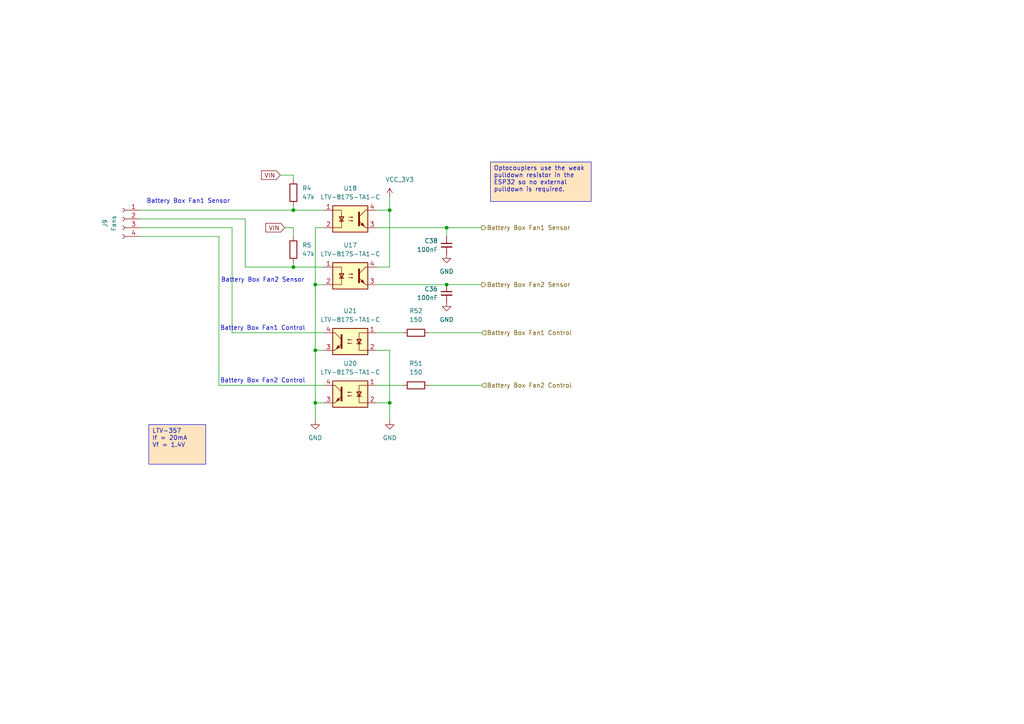
<source format=kicad_sch>
(kicad_sch (version 20250114) (generator "eeschema") (generator_version "9.0")
  (paper "A4")
  (title_block (title "Battery Box Fan Management") (date "2025-09-04") (rev "1.0"))
  (lib_symbols
    (symbol "Connector:Conn_01x04_Socket" (pin_names (offset 1.016) (hide yes))
      (property "Reference" "J" (at 0 5.08 0))
      (property "Value" "Conn_01x04_Socket" (at 0 -7.62 0))
      (symbol "Conn_01x04_Socket_1_1"
        (polyline (pts (xy -1.27 2.54) (xy -0.508 2.54)) (stroke (width 0.1524)))
        (polyline (pts (xy -1.27 0) (xy -0.508 0)) (stroke (width 0.1524)))
        (polyline (pts (xy -1.27 -2.54) (xy -0.508 -2.54)) (stroke (width 0.1524)))
        (polyline (pts (xy -1.27 -5.08) (xy -0.508 -5.08)) (stroke (width 0.1524)))
        (arc (start 0 2.032) (mid -0.5058 2.54) (end 0 3.048) (stroke (width 0.1524)))
        (arc (start 0 -0.508) (mid -0.5058 0) (end 0 0.508) (stroke (width 0.1524)))
        (arc (start 0 -3.048) (mid -0.5058 -2.54) (end 0 -2.032) (stroke (width 0.1524)))
        (arc (start 0 -5.588) (mid -0.5058 -5.08) (end 0 -4.572) (stroke (width 0.1524)))
        (pin passive line (at -5.08 2.54 0) (length 3.81) (name "Pin_1") (number "1"))
        (pin passive line (at -5.08 0 0) (length 3.81) (name "Pin_2") (number "2"))
        (pin passive line (at -5.08 -2.54 0) (length 3.81) (name "Pin_3") (number "3"))
        (pin passive line (at -5.08 -5.08 0) (length 3.81) (name "Pin_4") (number "4"))
      )
    )
    (symbol "Device:C_Small" (pin_numbers (hide yes)) (pin_names (offset 0.254) (hide yes))
      (property "Reference" "C" (at 0.254 1.778 0))
      (property "Value" "C_Small" (at 0.254 -2.032 0))
      (symbol "C_Small_0_1"
        (polyline (pts (xy -1.524 0.508) (xy 1.524 0.508)) (stroke (width 0.3048)))
        (polyline (pts (xy -1.524 -0.508) (xy 1.524 -0.508)) (stroke (width 0.3302)))
      )
      (symbol "C_Small_1_1"
        (pin passive line (at 0 2.54 270) (length 2.032) (name "~") (number "1"))
        (pin passive line (at 0 -2.54 90) (length 2.032) (name "~") (number "2"))
      )
    )
    (symbol "Device:R" (pin_numbers (hide yes)) (pin_names (offset 0))
      (property "Reference" "R" (at 2.032 0 90))
      (property "Value" "R" (at 0 0 90))
      (symbol "R_0_1"
        (rectangle (start -1.016 -2.54) (end 1.016 2.54) (stroke (width 0.254)))
      )
      (symbol "R_1_1"
        (pin passive line (at 0 3.81 270) (length 1.27) (name "~") (number "1"))
        (pin passive line (at 0 -3.81 90) (length 1.27) (name "~") (number "2"))
      )
    )
    (symbol "Isolator:LTV-357T" (pin_names (offset 1.016))
      (property "Reference" "U" (at -5.334 4.826 0))
      (property "Value" "LTV-357T" (at 0 5.08 0))
      (symbol "LTV-357T_0_1"
        (rectangle (start -5.08 3.81) (end 5.08 -3.81) (stroke (width 0.254)) (fill (type background)))
        (polyline (pts (xy -5.08 2.54) (xy -2.54 2.54) (xy -2.54 -0.762)))
        (polyline (pts (xy -3.175 -0.635) (xy -1.905 -0.635)) (stroke (width 0.254)))
        (polyline (pts (xy -2.54 -0.635) (xy -2.54 -2.54) (xy -5.08 -2.54)))
        (polyline (pts (xy -2.54 -0.635) (xy -3.175 0.635) (xy -1.905 0.635) (xy -2.54 -0.635)) (stroke (width 0.254)))
        (polyline (pts (xy -0.508 0.508) (xy 0.762 0.508) (xy 0.381 0.381) (xy 0.381 0.635) (xy 0.762 0.508)))
        (polyline (pts (xy -0.508 -0.508) (xy 0.762 -0.508) (xy 0.381 -0.635) (xy 0.381 -0.381) (xy 0.762 -0.508)))
        (polyline (pts (xy 2.54 1.905) (xy 2.54 -1.905)) (stroke (width 0.508)))
        (polyline (pts (xy 2.54 0.635) (xy 4.445 2.54)))
        (polyline (pts (xy 3.048 -1.651) (xy 3.556 -1.143) (xy 4.064 -2.159) (xy 3.048 -1.651)) (fill (type outline)))
        (polyline (pts (xy 4.445 2.54) (xy 5.08 2.54)))
        (polyline (pts (xy 4.445 -2.54) (xy 2.54 -0.635)) (fill (type outline)))
        (polyline (pts (xy 4.445 -2.54) (xy 5.08 -2.54)))
      )
      (symbol "LTV-357T_1_1"
        (pin passive line (at -7.62 2.54 0) (length 2.54) (name "~") (number "1"))
        (pin passive line (at -7.62 -2.54 0) (length 2.54) (name "~") (number "2"))
        (pin passive line (at 7.62 2.54 180) (length 2.54) (name "~") (number "4"))
        (pin passive line (at 7.62 -2.54 180) (length 2.54) (name "~") (number "3"))
      )
    )
    (symbol "power:+5V" (power) (pin_numbers (hide yes)) (pin_names (offset 0) (hide yes))
      (property "Value" "+5V" (at 0 3.556 0))
      (symbol "+5V_0_1"
        (polyline (pts (xy -0.762 1.27) (xy 0 2.54)))
        (polyline (pts (xy 0 2.54) (xy 0.762 1.27)))
        (polyline (pts (xy 0 0) (xy 0 2.54)))
      )
      (symbol "+5V_1_1"
        (pin power_in line (at 0 0 90) (length 0) (name "~") (number "1"))
      )
    )
    (symbol "power:GND" (power) (pin_numbers (hide yes)) (pin_names (offset 0) (hide yes))
      (property "Value" "GND" (at 0 -3.81 0))
      (symbol "GND_0_1"
        (polyline (pts (xy 0 0) (xy 0 -1.27) (xy 1.27 -1.27) (xy 0 -2.54) (xy -1.27 -1.27) (xy 0 -1.27)))
      )
      (symbol "GND_1_1"
        (pin power_in line (at 0 0 270) (length 0) (name "~") (number "1"))
      )
    )
  )
  (text "Battery Box Fan2 Control" (at 76.2 110.49 0) (effects (font (size 1.27 1.27))))
  (text "Battery Box Fan1 Control" (at 76.2 95.25 0) (effects (font (size 1.27 1.27))))
  (text "Battery Box Fan2 Sensor" (at 76.2 81.28 0) (effects (font (size 1.27 1.27))))
  (text "Battery Box Fan1 Sensor" (at 54.61 58.42 0) (effects (font (size 1.27 1.27))))
  (text_box "Optocouplers use the weak pulldown resistor in the ESP32 so no external pulldown is required." (at 142.24 46.99 0) (size 29.21 11.43) (margins 0.9525 0.9525 0.9525 0.9525) (fill (type color) (color 255 229 191 1)) (effects (font (size 1.27 1.27)) (justify left top)))
  (text_box "LTV-357\nIf = 20mA\nVf = 1.4V" (at 43.18 123.19 0) (size 16.51 11.43) (margins 0.9525 0.9525 0.9525 0.9525) (fill (type color) (color 255 229 191 1)) (effects (font (size 1.27 1.27)) (justify left top)))
  (junction (at 113.03 60.96))
  (junction (at 91.44 101.6))
  (junction (at 91.44 116.84))
  (junction (at 129.54 66.04))
  (junction (at 91.44 82.55))
  (junction (at 113.03 116.84))
  (junction (at 85.09 77.47))
  (junction (at 129.54 82.55))
  (junction (at 85.09 60.96))
  (wire (pts (xy 113.03 101.6) (xy 109.22 101.6)))
  (wire (pts (xy 116.84 111.76) (xy 109.22 111.76)))
  (wire (pts (xy 67.31 66.04) (xy 67.31 96.52)))
  (wire (pts (xy 85.09 60.96) (xy 93.98 60.96)))
  (wire (pts (xy 40.64 60.96) (xy 85.09 60.96)))
  (wire (pts (xy 85.09 76.2) (xy 85.09 77.47)))
  (wire (pts (xy 85.09 50.8) (xy 85.09 52.07)))
  (wire (pts (xy 40.64 68.58) (xy 63.5 68.58)))
  (wire (pts (xy 71.12 63.5) (xy 71.12 77.47)))
  (wire (pts (xy 109.22 77.47) (xy 113.03 77.47)))
  (wire (pts (xy 113.03 121.92) (xy 113.03 116.84)))
  (wire (pts (xy 113.03 116.84) (xy 113.03 101.6)))
  (wire (pts (xy 63.5 68.58) (xy 63.5 111.76)))
  (wire (pts (xy 71.12 77.47) (xy 85.09 77.47)))
  (wire (pts (xy 129.54 66.04) (xy 139.7 66.04)))
  (wire (pts (xy 113.03 60.96) (xy 113.03 77.47)))
  (wire (pts (xy 93.98 66.04) (xy 91.44 66.04)))
  (wire (pts (xy 109.22 66.04) (xy 129.54 66.04)))
  (wire (pts (xy 85.09 59.69) (xy 85.09 60.96)))
  (wire (pts (xy 40.64 63.5) (xy 71.12 63.5)))
  (wire (pts (xy 85.09 66.04) (xy 85.09 68.58)))
  (wire (pts (xy 91.44 101.6) (xy 91.44 116.84)))
  (wire (pts (xy 113.03 60.96) (xy 113.03 57.15)))
  (wire (pts (xy 124.46 111.76) (xy 139.7 111.76)))
  (wire (pts (xy 109.22 60.96) (xy 113.03 60.96)))
  (wire (pts (xy 116.84 96.52) (xy 109.22 96.52)))
  (wire (pts (xy 91.44 116.84) (xy 91.44 121.92)))
  (wire (pts (xy 109.22 116.84) (xy 113.03 116.84)))
  (wire (pts (xy 91.44 66.04) (xy 91.44 82.55)))
  (wire (pts (xy 85.09 77.47) (xy 93.98 77.47)))
  (wire (pts (xy 91.44 101.6) (xy 93.98 101.6)))
  (wire (pts (xy 129.54 66.04) (xy 129.54 68.58)))
  (wire (pts (xy 63.5 111.76) (xy 93.98 111.76)))
  (wire (pts (xy 67.31 96.52) (xy 93.98 96.52)))
  (wire (pts (xy 124.46 96.52) (xy 139.7 96.52)))
  (wire (pts (xy 91.44 82.55) (xy 91.44 101.6)))
  (wire (pts (xy 129.54 82.55) (xy 139.7 82.55)))
  (wire (pts (xy 91.44 116.84) (xy 93.98 116.84)))
  (wire (pts (xy 40.64 66.04) (xy 67.31 66.04)))
  (wire (pts (xy 91.44 82.55) (xy 93.98 82.55)))
  (wire (pts (xy 82.55 66.04) (xy 85.09 66.04)))
  (wire (pts (xy 81.28 50.8) (xy 85.09 50.8)))
  (wire (pts (xy 109.22 82.55) (xy 129.54 82.55)))
  (global_label "VIN" (shape input) (at 81.28 50.8 180) (property "Intersheetrefs" "${INTERSHEET_REFS}" (effects (hide yes))))
  (global_label "VIN" (shape input) (at 82.55 66.04 180) (property "Intersheetrefs" "${INTERSHEET_REFS}" (effects (hide yes))))
  (hierarchical_label "Battery Box Fan2 Control" (shape input) (at 139.7 111.76 0))
  (hierarchical_label "Battery Box Fan2 Sensor" (shape output) (at 139.7 82.55 0))
  (hierarchical_label "Battery Box Fan1 Sensor" (shape output) (at 139.7 66.04 0))
  (hierarchical_label "Battery Box Fan1 Control" (shape input) (at 139.7 96.52 0))
  (symbol (lib_id "Device:R") (at 85.09 55.88 0) (unit 1)
    (property "Reference" "R4" (at 87.63 54.6099 0) (effects (justify left)))
    (property "Value" "47k" (at 87.63 57.1499 0) (effects (justify left)))
    (property "Footprint" "Resistor_SMD:R_0805_2012Metric" (effects (hide yes)))
    (property "Description" "Resistor" (effects (hide yes)))
    (property "LCSC PN" "C17713" (effects (hide yes)))
    (property "Extended" "B" (effects (hide yes)))
  )
  (symbol (lib_id "power:GND") (at 113.03 121.92 0) (mirror y) (unit 1)
    (property "Reference" "#PWR041" (effects (hide yes)))
    (property "Value" "GND" (at 113.03 127 0))
    (property "Description" "Power symbol creates a global label with name \"GND\" , ground" (effects (hide yes)))
  )
  (symbol (lib_id "Connector:Conn_01x04_Socket") (at 35.56 63.5 0) (mirror y) (unit 1)
    (property "Reference" "J9" (at 30.48 64.77 90))
    (property "Value" "Fans" (at 33.02 64.77 90))
    (property "Footprint" "Connector_Molex:Molex_Mini-Fit_Jr_5566-04A_2x02_P4.20mm_Vertical" (effects (hide yes)))
    (property "Description" "Generic connector, single row, 01x04, script generated" (effects (hide yes)))
  )
  (symbol (lib_id "Device:C_Small") (at 129.54 85.09 0) (mirror y) (unit 1)
    (property "Reference" "C36" (at 127 83.8262 0) (effects (justify left)))
    (property "Value" "100nF" (at 127 86.3662 0) (effects (justify left)))
    (property "Footprint" "Capacitor_SMD:C_0805_2012Metric" (effects (hide yes)))
    (property "Description" "Unpolarized capacitor, small symbol" (effects (hide yes)))
    (property "LCSC PN" "C28233" (effects (hide yes)))
    (property "Extended" "B" (effects (hide yes)))
  )
  (symbol (lib_id "Device:R") (at 120.65 111.76 270) (mirror x) (unit 1)
    (property "Reference" "R51" (at 120.65 105.41 90))
    (property "Value" "150" (at 120.65 107.95 90))
    (property "Footprint" "Resistor_SMD:R_0805_2012Metric" (effects (hide yes)))
    (property "Description" "Resistor" (effects (hide yes)))
    (property "LCSC PN" "C17471" (effects (hide yes)))
    (property "Extended" "B" (effects (hide yes)))
  )
  (symbol (lib_id "Isolator:LTV-357T") (at 101.6 114.3 0) (mirror y) (unit 1)
    (property "Reference" "U20" (at 101.6 105.41 0))
    (property "Value" "LTV-817S-TA1-C" (at 101.6 107.95 0))
    (property "Footprint" "Package_SO:SO-4_4.4x3.6mm_P2.54mm" (effects (hide yes)))
    (property "Datasheet" "https://www.buerklin.com/medias/sys_master/download/download/h91/ha0/8892020588574.pdf" (effects (hide yes)))
    (property "Description" "DC Optocoupler, Vce 35V, CTR 50%, SO-4" (effects (hide yes)))
    (property "LCSC PN" "C109227" (effects (hide yes)))
    (property "Extended" "B" (effects (hide yes)))
  )
  (symbol (lib_id "Isolator:LTV-357T") (at 101.6 63.5 0) (unit 1)
    (property "Reference" "U18" (at 101.6 54.61 0))
    (property "Value" "LTV-817S-TA1-C" (at 101.6 57.15 0))
    (property "Footprint" "Package_SO:SO-4_4.4x3.6mm_P2.54mm" (effects (hide yes)))
    (property "Datasheet" "https://www.buerklin.com/medias/sys_master/download/download/h91/ha0/8892020588574.pdf" (effects (hide yes)))
    (property "Description" "DC Optocoupler, Vce 35V, CTR 50%, SO-4" (effects (hide yes)))
    (property "LCSC PN" "C109227" (effects (hide yes)))
    (property "Extended" "B" (effects (hide yes)))
  )
  (symbol (lib_id "Isolator:LTV-357T") (at 101.6 99.06 0) (mirror y) (unit 1)
    (property "Reference" "U21" (at 101.6 90.17 0))
    (property "Value" "LTV-817S-TA1-C" (at 101.6 92.71 0))
    (property "Footprint" "Package_SO:SO-4_4.4x3.6mm_P2.54mm" (effects (hide yes)))
    (property "Datasheet" "https://jlcpcb.com/api/file/downloadByFileSystemAccessId/8588884725767278592" (effects (hide yes)))
    (property "Description" "DC Optocoupler, Vce 35V, CTR 50%, SO-4" (effects (hide yes)))
    (property "LCSC PN" "C109227" (effects (hide yes)))
    (property "Extended" "B" (effects (hide yes)))
  )
  (symbol (lib_id "Device:C_Small") (at 129.54 71.12 0) (mirror y) (unit 1)
    (property "Reference" "C38" (at 127 69.8562 0) (effects (justify left)))
    (property "Value" "100nF" (at 127 72.3962 0) (effects (justify left)))
    (property "Footprint" "Capacitor_SMD:C_0805_2012Metric" (effects (hide yes)))
    (property "Description" "Unpolarized capacitor, small symbol" (effects (hide yes)))
    (property "LCSC PN" "C28233" (effects (hide yes)))
    (property "Extended" "B" (effects (hide yes)))
  )
  (symbol (lib_id "Isolator:LTV-357T") (at 101.6 80.01 0) (unit 1)
    (property "Reference" "U17" (at 101.6 71.12 0))
    (property "Value" "LTV-817S-TA1-C" (at 101.6 73.66 0))
    (property "Footprint" "Package_SO:SO-4_4.4x3.6mm_P2.54mm" (effects (hide yes)))
    (property "Datasheet" "https://www.buerklin.com/medias/sys_master/download/download/h91/ha0/8892020588574.pdf" (effects (hide yes)))
    (property "Description" "DC Optocoupler, Vce 35V, CTR 50%, SO-4" (effects (hide yes)))
    (property "LCSC PN" "C109227" (effects (hide yes)))
    (property "Extended" "B" (effects (hide yes)))
  )
  (symbol (lib_id "Device:R") (at 85.09 72.39 0) (unit 1)
    (property "Reference" "R5" (at 87.63 71.1199 0) (effects (justify left)))
    (property "Value" "47k" (at 87.63 73.6599 0) (effects (justify left)))
    (property "Footprint" "Resistor_SMD:R_0805_2012Metric" (effects (hide yes)))
    (property "Description" "Resistor" (effects (hide yes)))
    (property "LCSC PN" "C17713" (effects (hide yes)))
    (property "Extended" "B" (effects (hide yes)))
  )
  (symbol (lib_id "Device:R") (at 120.65 96.52 270) (mirror x) (unit 1)
    (property "Reference" "R52" (at 120.65 90.17 90))
    (property "Value" "150" (at 120.65 92.71 90))
    (property "Footprint" "Resistor_SMD:R_0805_2012Metric" (effects (hide yes)))
    (property "Description" "Resistor" (effects (hide yes)))
    (property "LCSC PN" "C17471" (effects (hide yes)))
    (property "Extended" "B" (effects (hide yes)))
  )
  (symbol (lib_id "power:GND") (at 129.54 73.66 0) (mirror y) (unit 1)
    (property "Reference" "#PWR042" (effects (hide yes)))
    (property "Value" "GND" (at 129.54 78.74 0))
    (property "Description" "Power symbol creates a global label with name \"GND\" , ground" (effects (hide yes)))
  )
  (symbol (lib_id "power:GND") (at 129.54 87.63 0) (mirror y) (unit 1)
    (property "Reference" "#PWR043" (effects (hide yes)))
    (property "Value" "GND" (at 129.54 92.71 0))
    (property "Description" "Power symbol creates a global label with name \"GND\" , ground" (effects (hide yes)))
  )
  (symbol (lib_id "power:GND") (at 91.44 121.92 0) (unit 1)
    (property "Reference" "#PWR039" (effects (hide yes)))
    (property "Value" "GND" (at 91.44 127 0))
    (property "Description" "Power symbol creates a global label with name \"GND\" , ground" (effects (hide yes)))
  )
  (symbol (lib_id "power:+5V") (at 113.03 57.15 0) (unit 1)
    (property "Reference" "#PWR040" (effects (hide yes)))
    (property "Value" "VCC_3V3" (at 111.76 52.07 0) (effects (justify left)))
    (property "Description" "Power symbol creates a global label with name \"+5V\"" (effects (hide yes)))
  )
)
</source>
